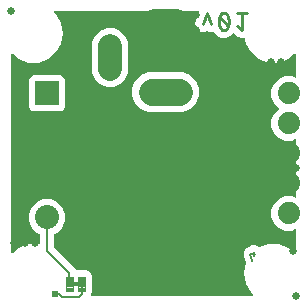
<source format=gbl>
G04 EAGLE Gerber RS-274X export*
G75*
%MOMM*%
%FSLAX34Y34*%
%LPD*%
%INBottom Copper*%
%IPPOS*%
%AMOC8*
5,1,8,0,0,1.08239X$1,22.5*%
G01*
%ADD10C,0.279400*%
%ADD11C,0.127000*%
%ADD12C,0.635000*%
%ADD13R,2.032000X2.032000*%
%ADD14C,2.032000*%
%ADD15C,2.000000*%
%ADD16C,2.300000*%
%ADD17C,1.879600*%
%ADD18C,0.099059*%
%ADD19C,0.203200*%
%ADD20C,0.604000*%

G36*
X210557Y6107D02*
X210557Y6107D01*
X210631Y6107D01*
X210697Y6127D01*
X210766Y6137D01*
X210833Y6167D01*
X210904Y6187D01*
X210962Y6225D01*
X211025Y6253D01*
X211081Y6300D01*
X211143Y6340D01*
X211189Y6392D01*
X211242Y6436D01*
X211283Y6498D01*
X211332Y6553D01*
X211361Y6615D01*
X211400Y6673D01*
X211422Y6743D01*
X211454Y6810D01*
X211465Y6878D01*
X211486Y6944D01*
X211487Y7018D01*
X211499Y7090D01*
X211491Y7159D01*
X211493Y7228D01*
X211474Y7299D01*
X211466Y7373D01*
X211439Y7436D01*
X211421Y7503D01*
X211384Y7567D01*
X211355Y7634D01*
X211317Y7679D01*
X211276Y7748D01*
X211187Y7832D01*
X211137Y7890D01*
X209434Y9318D01*
X205090Y16843D01*
X203581Y25400D01*
X205107Y34053D01*
X205124Y34094D01*
X205133Y34190D01*
X205152Y34284D01*
X205147Y34325D01*
X205153Y34377D01*
X205123Y34544D01*
X205114Y34618D01*
X203525Y40181D01*
X203498Y40241D01*
X203487Y40290D01*
X203199Y40985D01*
X203199Y41179D01*
X203162Y41445D01*
X203160Y41458D01*
X203107Y41645D01*
X203193Y42391D01*
X203191Y42457D01*
X203199Y42507D01*
X203199Y43259D01*
X203274Y43438D01*
X203341Y43698D01*
X203344Y43711D01*
X203366Y43904D01*
X203731Y44561D01*
X203755Y44622D01*
X203782Y44665D01*
X204069Y45359D01*
X204207Y45497D01*
X204369Y45712D01*
X204376Y45722D01*
X204471Y45891D01*
X205059Y46359D01*
X205105Y46406D01*
X205146Y46436D01*
X205677Y46967D01*
X205857Y47042D01*
X206089Y47179D01*
X206100Y47184D01*
X206252Y47305D01*
X206974Y47512D01*
X207034Y47538D01*
X207084Y47550D01*
X207659Y47788D01*
X207685Y47804D01*
X207715Y47813D01*
X207778Y47858D01*
X207822Y47878D01*
X207848Y47900D01*
X207904Y47932D01*
X207948Y47979D01*
X207988Y48008D01*
X208641Y48661D01*
X210741Y49531D01*
X213015Y49531D01*
X215116Y48661D01*
X216087Y47689D01*
X216184Y47616D01*
X216279Y47539D01*
X216298Y47531D01*
X216314Y47519D01*
X216428Y47475D01*
X216540Y47427D01*
X216561Y47425D01*
X216580Y47417D01*
X216701Y47407D01*
X216822Y47392D01*
X216841Y47396D01*
X216863Y47394D01*
X217142Y47450D01*
X217147Y47452D01*
X217152Y47453D01*
X224256Y50039D01*
X232944Y50039D01*
X241109Y47067D01*
X246235Y42766D01*
X246343Y42699D01*
X246449Y42628D01*
X246464Y42623D01*
X246477Y42615D01*
X246599Y42581D01*
X246720Y42542D01*
X246735Y42542D01*
X246750Y42538D01*
X246877Y42538D01*
X247004Y42535D01*
X247019Y42539D01*
X247034Y42539D01*
X247157Y42575D01*
X247279Y42607D01*
X247293Y42614D01*
X247307Y42619D01*
X247415Y42687D01*
X247524Y42752D01*
X247534Y42763D01*
X247547Y42771D01*
X247631Y42866D01*
X247718Y42959D01*
X247725Y42973D01*
X247735Y42984D01*
X247790Y43099D01*
X247848Y43212D01*
X247850Y43226D01*
X247857Y43241D01*
X247903Y43522D01*
X247902Y43534D01*
X247903Y43543D01*
X247903Y61744D01*
X247887Y61858D01*
X247877Y61972D01*
X247867Y61998D01*
X247863Y62026D01*
X247816Y62130D01*
X247775Y62238D01*
X247759Y62260D01*
X247747Y62285D01*
X247673Y62373D01*
X247604Y62464D01*
X247581Y62481D01*
X247564Y62502D01*
X247468Y62566D01*
X247376Y62634D01*
X247350Y62644D01*
X247327Y62660D01*
X247217Y62694D01*
X247110Y62735D01*
X247082Y62737D01*
X247056Y62745D01*
X246941Y62748D01*
X246827Y62757D01*
X246802Y62752D01*
X246772Y62753D01*
X246515Y62686D01*
X246499Y62682D01*
X244180Y61721D01*
X238420Y61721D01*
X233098Y63926D01*
X229026Y67998D01*
X226821Y73320D01*
X226821Y79080D01*
X229026Y84402D01*
X233098Y88474D01*
X238420Y90679D01*
X244180Y90679D01*
X246499Y89718D01*
X246611Y89689D01*
X246720Y89655D01*
X246748Y89654D01*
X246775Y89647D01*
X246889Y89650D01*
X247004Y89647D01*
X247031Y89654D01*
X247059Y89655D01*
X247168Y89690D01*
X247279Y89719D01*
X247303Y89733D01*
X247330Y89742D01*
X247425Y89806D01*
X247524Y89864D01*
X247543Y89885D01*
X247566Y89900D01*
X247640Y89988D01*
X247718Y90072D01*
X247731Y90096D01*
X247749Y90118D01*
X247795Y90222D01*
X247848Y90325D01*
X247852Y90349D01*
X247864Y90377D01*
X247901Y90641D01*
X247903Y90656D01*
X247903Y137944D01*
X247887Y138058D01*
X247877Y138172D01*
X247867Y138198D01*
X247863Y138226D01*
X247816Y138330D01*
X247775Y138438D01*
X247759Y138460D01*
X247747Y138485D01*
X247673Y138573D01*
X247604Y138664D01*
X247581Y138681D01*
X247564Y138702D01*
X247468Y138766D01*
X247376Y138834D01*
X247350Y138844D01*
X247327Y138860D01*
X247217Y138894D01*
X247110Y138935D01*
X247082Y138937D01*
X247056Y138945D01*
X246941Y138948D01*
X246827Y138957D01*
X246802Y138952D01*
X246772Y138953D01*
X246515Y138886D01*
X246499Y138882D01*
X244180Y137921D01*
X238420Y137921D01*
X233098Y140126D01*
X229026Y144198D01*
X226821Y149520D01*
X226821Y155280D01*
X229026Y160602D01*
X232806Y164382D01*
X232841Y164429D01*
X232884Y164469D01*
X232926Y164542D01*
X232977Y164609D01*
X232998Y164664D01*
X233027Y164714D01*
X233048Y164796D01*
X233078Y164875D01*
X233083Y164933D01*
X233097Y164990D01*
X233095Y165074D01*
X233102Y165158D01*
X233090Y165216D01*
X233088Y165274D01*
X233062Y165354D01*
X233046Y165437D01*
X233019Y165489D01*
X233001Y165545D01*
X232961Y165601D01*
X232915Y165689D01*
X232846Y165762D01*
X232806Y165818D01*
X229026Y169598D01*
X226821Y174920D01*
X226821Y180680D01*
X229026Y186002D01*
X233098Y190074D01*
X238420Y192279D01*
X244180Y192279D01*
X246499Y191318D01*
X246611Y191289D01*
X246720Y191255D01*
X246748Y191254D01*
X246775Y191247D01*
X246889Y191250D01*
X247004Y191247D01*
X247031Y191254D01*
X247059Y191255D01*
X247168Y191290D01*
X247279Y191319D01*
X247303Y191333D01*
X247330Y191342D01*
X247425Y191406D01*
X247524Y191464D01*
X247543Y191485D01*
X247566Y191500D01*
X247640Y191588D01*
X247718Y191672D01*
X247731Y191696D01*
X247749Y191718D01*
X247795Y191822D01*
X247848Y191925D01*
X247852Y191949D01*
X247864Y191977D01*
X247901Y192241D01*
X247903Y192256D01*
X247903Y210457D01*
X247885Y210582D01*
X247871Y210709D01*
X247866Y210723D01*
X247863Y210738D01*
X247811Y210854D01*
X247763Y210972D01*
X247753Y210984D01*
X247747Y210997D01*
X247665Y211095D01*
X247586Y211194D01*
X247573Y211203D01*
X247564Y211214D01*
X247458Y211285D01*
X247354Y211359D01*
X247340Y211364D01*
X247327Y211372D01*
X247206Y211410D01*
X247086Y211452D01*
X247070Y211453D01*
X247056Y211458D01*
X246929Y211461D01*
X246802Y211468D01*
X246787Y211465D01*
X246772Y211465D01*
X246649Y211433D01*
X246525Y211405D01*
X246513Y211398D01*
X246497Y211393D01*
X246252Y211248D01*
X246244Y211239D01*
X246235Y211234D01*
X241109Y206933D01*
X232944Y203961D01*
X224256Y203961D01*
X216091Y206933D01*
X209434Y212518D01*
X205090Y220043D01*
X204401Y223950D01*
X204366Y224057D01*
X204338Y224165D01*
X204322Y224192D01*
X204313Y224221D01*
X204250Y224314D01*
X204193Y224410D01*
X204171Y224431D01*
X204153Y224456D01*
X204067Y224528D01*
X203985Y224604D01*
X203958Y224618D01*
X203935Y224638D01*
X203832Y224683D01*
X203732Y224734D01*
X203705Y224738D01*
X203674Y224752D01*
X203435Y224784D01*
X203401Y224789D01*
X202481Y224789D01*
X202418Y224780D01*
X202369Y224783D01*
X201501Y224687D01*
X201285Y224749D01*
X201004Y224789D01*
X201003Y224789D01*
X200778Y224789D01*
X199971Y225124D01*
X199909Y225140D01*
X199865Y225161D01*
X199026Y225404D01*
X198851Y225544D01*
X198606Y225689D01*
X198605Y225689D01*
X198397Y225776D01*
X197779Y226393D01*
X197729Y226431D01*
X197696Y226468D01*
X195255Y228421D01*
X195235Y228433D01*
X195218Y228449D01*
X195113Y228505D01*
X195010Y228565D01*
X194988Y228571D01*
X194967Y228582D01*
X194850Y228607D01*
X194735Y228637D01*
X194712Y228636D01*
X194689Y228641D01*
X194570Y228632D01*
X194451Y228629D01*
X194429Y228622D01*
X194405Y228620D01*
X194294Y228579D01*
X194180Y228543D01*
X194161Y228530D01*
X194139Y228521D01*
X194078Y228475D01*
X193944Y228385D01*
X193908Y228342D01*
X193874Y228315D01*
X192112Y226400D01*
X188440Y224789D01*
X184430Y224789D01*
X180759Y226400D01*
X177979Y229422D01*
X177975Y229429D01*
X177938Y229468D01*
X177909Y229514D01*
X177842Y229572D01*
X177781Y229636D01*
X177735Y229664D01*
X177694Y229700D01*
X177613Y229737D01*
X177537Y229782D01*
X177485Y229796D01*
X177435Y229819D01*
X177348Y229832D01*
X177262Y229854D01*
X177208Y229853D01*
X177154Y229861D01*
X177084Y229850D01*
X176978Y229848D01*
X176888Y229820D01*
X176823Y229809D01*
X176524Y229710D01*
X173953Y229892D01*
X172821Y230458D01*
X172805Y230464D01*
X172791Y230473D01*
X172670Y230509D01*
X172552Y230548D01*
X172535Y230549D01*
X172518Y230554D01*
X172392Y230555D01*
X172268Y230560D01*
X172251Y230556D01*
X172234Y230557D01*
X172166Y230536D01*
X171991Y230493D01*
X171950Y230469D01*
X171913Y230458D01*
X170781Y229892D01*
X168211Y229710D01*
X165766Y230525D01*
X163819Y232213D01*
X162667Y234518D01*
X162484Y237088D01*
X165644Y246567D01*
X165658Y246645D01*
X165682Y246720D01*
X165684Y246784D01*
X165695Y246847D01*
X165687Y246925D01*
X165689Y247004D01*
X165673Y247066D01*
X165667Y247129D01*
X165637Y247203D01*
X165617Y247279D01*
X165585Y247334D01*
X165561Y247393D01*
X165513Y247456D01*
X165472Y247524D01*
X165426Y247567D01*
X165386Y247618D01*
X165322Y247664D01*
X165265Y247718D01*
X165208Y247747D01*
X165156Y247785D01*
X165082Y247812D01*
X165012Y247848D01*
X164958Y247857D01*
X164889Y247882D01*
X164758Y247890D01*
X164681Y247903D01*
X43516Y247903D01*
X43443Y247893D01*
X43369Y247893D01*
X43303Y247873D01*
X43234Y247863D01*
X43167Y247833D01*
X43096Y247813D01*
X43038Y247775D01*
X42975Y247747D01*
X42919Y247700D01*
X42857Y247660D01*
X42811Y247608D01*
X42758Y247564D01*
X42717Y247502D01*
X42668Y247447D01*
X42639Y247385D01*
X42600Y247327D01*
X42578Y247257D01*
X42546Y247190D01*
X42535Y247122D01*
X42514Y247056D01*
X42513Y246982D01*
X42501Y246910D01*
X42509Y246841D01*
X42507Y246772D01*
X42526Y246701D01*
X42534Y246627D01*
X42561Y246564D01*
X42579Y246497D01*
X42616Y246433D01*
X42645Y246366D01*
X42683Y246321D01*
X42724Y246252D01*
X42813Y246168D01*
X42863Y246110D01*
X44566Y244682D01*
X48910Y237157D01*
X50419Y228600D01*
X48910Y220043D01*
X44566Y212518D01*
X37909Y206933D01*
X29744Y203961D01*
X21056Y203961D01*
X12891Y206933D01*
X7765Y211234D01*
X7657Y211301D01*
X7551Y211372D01*
X7536Y211377D01*
X7523Y211385D01*
X7401Y211419D01*
X7280Y211458D01*
X7265Y211458D01*
X7250Y211462D01*
X7123Y211462D01*
X6996Y211465D01*
X6981Y211461D01*
X6966Y211461D01*
X6843Y211425D01*
X6721Y211393D01*
X6707Y211386D01*
X6693Y211381D01*
X6585Y211313D01*
X6476Y211248D01*
X6466Y211237D01*
X6453Y211229D01*
X6369Y211134D01*
X6282Y211041D01*
X6275Y211027D01*
X6265Y211016D01*
X6210Y210901D01*
X6152Y210788D01*
X6150Y210774D01*
X6143Y210759D01*
X6097Y210478D01*
X6098Y210466D01*
X6097Y210457D01*
X6097Y43543D01*
X6115Y43418D01*
X6129Y43291D01*
X6134Y43277D01*
X6137Y43262D01*
X6189Y43146D01*
X6237Y43028D01*
X6247Y43016D01*
X6253Y43003D01*
X6335Y42905D01*
X6414Y42806D01*
X6427Y42797D01*
X6436Y42786D01*
X6542Y42715D01*
X6646Y42641D01*
X6660Y42636D01*
X6673Y42628D01*
X6794Y42590D01*
X6914Y42548D01*
X6930Y42547D01*
X6944Y42542D01*
X7071Y42539D01*
X7198Y42532D01*
X7213Y42535D01*
X7228Y42535D01*
X7351Y42567D01*
X7475Y42595D01*
X7487Y42602D01*
X7503Y42607D01*
X7748Y42752D01*
X7756Y42761D01*
X7765Y42766D01*
X12891Y47067D01*
X21056Y50039D01*
X29718Y50039D01*
X29776Y50047D01*
X29834Y50045D01*
X29916Y50067D01*
X30000Y50079D01*
X30053Y50102D01*
X30109Y50117D01*
X30182Y50160D01*
X30259Y50195D01*
X30304Y50233D01*
X30354Y50262D01*
X30412Y50324D01*
X30476Y50378D01*
X30508Y50427D01*
X30548Y50470D01*
X30587Y50545D01*
X30634Y50615D01*
X30651Y50671D01*
X30678Y50723D01*
X30689Y50791D01*
X30719Y50886D01*
X30722Y50986D01*
X30733Y51054D01*
X30733Y58151D01*
X30733Y58152D01*
X30733Y58154D01*
X30713Y58294D01*
X30693Y58432D01*
X30693Y58433D01*
X30693Y58435D01*
X30636Y58561D01*
X30577Y58691D01*
X30576Y58693D01*
X30575Y58694D01*
X30484Y58801D01*
X30394Y58908D01*
X30392Y58909D01*
X30391Y58911D01*
X30378Y58919D01*
X30157Y59066D01*
X30128Y59075D01*
X30107Y59088D01*
X28197Y59880D01*
X23910Y64167D01*
X21589Y69768D01*
X21589Y75832D01*
X23910Y81433D01*
X28197Y85720D01*
X33798Y88041D01*
X39862Y88041D01*
X45463Y85720D01*
X49750Y81433D01*
X52071Y75832D01*
X52071Y69768D01*
X49750Y64167D01*
X45463Y59880D01*
X43553Y59088D01*
X43552Y59088D01*
X43551Y59087D01*
X43430Y59016D01*
X43309Y58944D01*
X43308Y58943D01*
X43306Y58942D01*
X43209Y58838D01*
X43113Y58737D01*
X43113Y58736D01*
X43112Y58735D01*
X43047Y58609D01*
X42983Y58485D01*
X42983Y58483D01*
X42982Y58482D01*
X42980Y58467D01*
X42928Y58206D01*
X42931Y58175D01*
X42927Y58151D01*
X42927Y47396D01*
X42939Y47309D01*
X42942Y47222D01*
X42959Y47169D01*
X42967Y47114D01*
X43002Y47035D01*
X43029Y46951D01*
X43057Y46912D01*
X43083Y46855D01*
X43179Y46742D01*
X43224Y46678D01*
X60922Y28981D01*
X61095Y28561D01*
X61125Y28510D01*
X61146Y28455D01*
X61197Y28388D01*
X61240Y28316D01*
X61283Y28276D01*
X61318Y28229D01*
X61385Y28179D01*
X61447Y28121D01*
X61499Y28094D01*
X61546Y28059D01*
X61625Y28029D01*
X61699Y27991D01*
X61757Y27979D01*
X61812Y27959D01*
X61896Y27952D01*
X61978Y27936D01*
X62037Y27941D01*
X62095Y27936D01*
X62116Y27941D01*
X70083Y27941D01*
X72132Y27092D01*
X73701Y25523D01*
X74550Y23474D01*
X74550Y9546D01*
X73702Y7501D01*
X73674Y7389D01*
X73639Y7280D01*
X73638Y7252D01*
X73631Y7225D01*
X73635Y7111D01*
X73632Y6996D01*
X73639Y6969D01*
X73640Y6941D01*
X73675Y6832D01*
X73704Y6721D01*
X73718Y6697D01*
X73726Y6670D01*
X73790Y6575D01*
X73849Y6476D01*
X73869Y6457D01*
X73885Y6434D01*
X73972Y6360D01*
X74056Y6282D01*
X74081Y6269D01*
X74102Y6251D01*
X74207Y6205D01*
X74309Y6152D01*
X74334Y6148D01*
X74362Y6136D01*
X74626Y6099D01*
X74640Y6097D01*
X210484Y6097D01*
X210557Y6107D01*
G37*
%LPC*%
G36*
X122362Y162489D02*
X122362Y162489D01*
X116268Y165014D01*
X111604Y169678D01*
X109079Y175772D01*
X109079Y182368D01*
X111604Y188462D01*
X116268Y193126D01*
X122362Y195651D01*
X151958Y195651D01*
X158052Y193126D01*
X162716Y188462D01*
X165241Y182368D01*
X165241Y175772D01*
X162716Y169678D01*
X158052Y165014D01*
X151958Y162489D01*
X122362Y162489D01*
G37*
%LPD*%
%LPC*%
G36*
X87170Y183199D02*
X87170Y183199D01*
X81627Y185495D01*
X77385Y189737D01*
X75089Y195280D01*
X75089Y221280D01*
X77385Y226823D01*
X81627Y231065D01*
X87170Y233361D01*
X93170Y233361D01*
X98713Y231065D01*
X102955Y226823D01*
X105251Y221280D01*
X105251Y195280D01*
X102955Y189737D01*
X98713Y185495D01*
X93170Y183199D01*
X87170Y183199D01*
G37*
%LPD*%
%LPC*%
G36*
X25659Y162559D02*
X25659Y162559D01*
X23792Y163333D01*
X22363Y164762D01*
X21589Y166629D01*
X21589Y188971D01*
X22363Y190838D01*
X23792Y192267D01*
X25659Y193041D01*
X48001Y193041D01*
X49868Y192267D01*
X51297Y190838D01*
X52071Y188971D01*
X52071Y166629D01*
X51297Y164762D01*
X49868Y163333D01*
X48001Y162559D01*
X25659Y162559D01*
G37*
%LPD*%
G36*
X67964Y15189D02*
X67964Y15189D01*
X67986Y15193D01*
X67993Y15208D01*
X68002Y15214D01*
X68001Y15224D01*
X68008Y15240D01*
X68008Y17780D01*
X67996Y17799D01*
X67992Y17821D01*
X67977Y17828D01*
X67971Y17837D01*
X67961Y17836D01*
X67945Y17843D01*
X53975Y17843D01*
X53956Y17831D01*
X53934Y17827D01*
X53927Y17812D01*
X53918Y17806D01*
X53919Y17796D01*
X53912Y17780D01*
X53912Y15240D01*
X53924Y15221D01*
X53928Y15199D01*
X53943Y15192D01*
X53949Y15183D01*
X53959Y15184D01*
X53975Y15177D01*
X67945Y15177D01*
X67964Y15189D01*
G37*
D10*
X169037Y236262D02*
X172367Y246253D01*
X175697Y236262D01*
X182272Y238760D02*
X182276Y238465D01*
X182286Y238171D01*
X182304Y237876D01*
X182328Y237582D01*
X182360Y237289D01*
X182398Y236997D01*
X182444Y236706D01*
X182497Y236416D01*
X182556Y236127D01*
X182622Y235840D01*
X182695Y235554D01*
X182775Y235270D01*
X182862Y234988D01*
X182955Y234709D01*
X183055Y234431D01*
X183162Y234157D01*
X183275Y233884D01*
X183395Y233615D01*
X183521Y233348D01*
X183559Y233245D01*
X183600Y233144D01*
X183644Y233045D01*
X183692Y232946D01*
X183743Y232850D01*
X183798Y232756D01*
X183856Y232663D01*
X183917Y232573D01*
X183982Y232485D01*
X184049Y232399D01*
X184120Y232316D01*
X184193Y232235D01*
X184269Y232157D01*
X184348Y232081D01*
X184430Y232009D01*
X184514Y231939D01*
X184601Y231873D01*
X184689Y231809D01*
X184780Y231749D01*
X184874Y231692D01*
X184969Y231638D01*
X185066Y231588D01*
X185164Y231541D01*
X185264Y231498D01*
X185366Y231458D01*
X185469Y231422D01*
X185573Y231390D01*
X185679Y231361D01*
X185785Y231336D01*
X185892Y231315D01*
X186000Y231298D01*
X186108Y231284D01*
X186217Y231275D01*
X186326Y231269D01*
X186435Y231267D01*
X186544Y231269D01*
X186653Y231275D01*
X186762Y231284D01*
X186870Y231298D01*
X186978Y231315D01*
X187085Y231336D01*
X187191Y231361D01*
X187297Y231390D01*
X187401Y231422D01*
X187504Y231458D01*
X187606Y231498D01*
X187706Y231541D01*
X187804Y231588D01*
X187901Y231638D01*
X187996Y231692D01*
X188090Y231749D01*
X188181Y231809D01*
X188269Y231873D01*
X188356Y231939D01*
X188440Y232009D01*
X188522Y232081D01*
X188601Y232157D01*
X188677Y232235D01*
X188750Y232316D01*
X188821Y232399D01*
X188888Y232485D01*
X188953Y232573D01*
X189014Y232663D01*
X189072Y232756D01*
X189127Y232850D01*
X189178Y232946D01*
X189226Y233045D01*
X189270Y233144D01*
X189311Y233246D01*
X189349Y233348D01*
X189475Y233615D01*
X189595Y233884D01*
X189708Y234157D01*
X189815Y234431D01*
X189915Y234709D01*
X190008Y234988D01*
X190095Y235270D01*
X190175Y235554D01*
X190248Y235840D01*
X190314Y236127D01*
X190373Y236416D01*
X190426Y236706D01*
X190472Y236997D01*
X190510Y237289D01*
X190542Y237582D01*
X190566Y237876D01*
X190584Y238171D01*
X190594Y238465D01*
X190598Y238760D01*
X182272Y238760D02*
X182276Y239055D01*
X182286Y239349D01*
X182304Y239644D01*
X182328Y239938D01*
X182360Y240231D01*
X182398Y240523D01*
X182444Y240814D01*
X182497Y241104D01*
X182556Y241393D01*
X182622Y241680D01*
X182695Y241966D01*
X182775Y242250D01*
X182862Y242532D01*
X182955Y242811D01*
X183055Y243089D01*
X183162Y243363D01*
X183275Y243636D01*
X183395Y243905D01*
X183521Y244172D01*
X183559Y244275D01*
X183600Y244376D01*
X183644Y244475D01*
X183692Y244574D01*
X183743Y244670D01*
X183798Y244764D01*
X183856Y244857D01*
X183917Y244947D01*
X183982Y245035D01*
X184049Y245121D01*
X184120Y245204D01*
X184193Y245285D01*
X184269Y245363D01*
X184348Y245439D01*
X184430Y245511D01*
X184514Y245581D01*
X184601Y245647D01*
X184689Y245711D01*
X184780Y245771D01*
X184874Y245828D01*
X184969Y245882D01*
X185066Y245932D01*
X185164Y245979D01*
X185264Y246022D01*
X185366Y246062D01*
X185469Y246098D01*
X185573Y246130D01*
X185679Y246159D01*
X185785Y246184D01*
X185892Y246205D01*
X186000Y246222D01*
X186108Y246236D01*
X186217Y246245D01*
X186326Y246251D01*
X186435Y246253D01*
X189349Y244172D02*
X189475Y243905D01*
X189595Y243636D01*
X189708Y243363D01*
X189815Y243089D01*
X189915Y242811D01*
X190008Y242532D01*
X190095Y242250D01*
X190175Y241966D01*
X190248Y241680D01*
X190314Y241393D01*
X190373Y241104D01*
X190426Y240814D01*
X190472Y240523D01*
X190510Y240231D01*
X190542Y239938D01*
X190566Y239644D01*
X190584Y239349D01*
X190594Y239055D01*
X190598Y238760D01*
X189349Y244172D02*
X189311Y244275D01*
X189270Y244376D01*
X189226Y244475D01*
X189178Y244574D01*
X189127Y244670D01*
X189072Y244764D01*
X189014Y244857D01*
X188953Y244947D01*
X188888Y245035D01*
X188821Y245121D01*
X188750Y245204D01*
X188677Y245285D01*
X188601Y245363D01*
X188522Y245439D01*
X188440Y245511D01*
X188356Y245581D01*
X188269Y245647D01*
X188181Y245711D01*
X188089Y245771D01*
X187996Y245828D01*
X187901Y245882D01*
X187804Y245932D01*
X187706Y245979D01*
X187606Y246022D01*
X187504Y246062D01*
X187401Y246098D01*
X187297Y246130D01*
X187191Y246159D01*
X187085Y246184D01*
X186978Y246205D01*
X186870Y246222D01*
X186762Y246236D01*
X186653Y246245D01*
X186544Y246251D01*
X186435Y246253D01*
X183105Y242923D02*
X189766Y234597D01*
X197904Y234597D02*
X202067Y231267D01*
X202067Y246253D01*
X206229Y246253D02*
X197904Y246253D01*
D11*
X208915Y42122D02*
X210608Y36195D01*
X208915Y42122D02*
X213148Y42122D01*
X211878Y43815D02*
X211878Y40428D01*
D12*
X247650Y6350D03*
X6350Y247650D03*
D13*
X36830Y177800D03*
D14*
X36830Y142800D03*
X36830Y107800D03*
X36830Y72800D03*
D15*
X127160Y238760D02*
X147160Y238760D01*
X90170Y218280D02*
X90170Y198280D01*
D16*
X125660Y179070D02*
X148660Y179070D01*
D17*
X241300Y177800D03*
X241300Y152400D03*
X241300Y127000D03*
X241300Y101600D03*
X241300Y76200D03*
D18*
X68974Y22365D02*
X63360Y22365D01*
X68974Y22365D02*
X68974Y10655D01*
X63360Y10655D01*
X63360Y22365D01*
X63360Y11596D02*
X68974Y11596D01*
X68974Y12537D02*
X63360Y12537D01*
X63360Y13478D02*
X68974Y13478D01*
X68974Y14419D02*
X63360Y14419D01*
X63360Y15360D02*
X68974Y15360D01*
X68974Y16301D02*
X63360Y16301D01*
X63360Y17242D02*
X68974Y17242D01*
X68974Y18183D02*
X63360Y18183D01*
X63360Y19124D02*
X68974Y19124D01*
X68974Y20065D02*
X63360Y20065D01*
X63360Y21006D02*
X68974Y21006D01*
X68974Y21947D02*
X63360Y21947D01*
X58560Y22365D02*
X52946Y22365D01*
X58560Y22365D02*
X58560Y10655D01*
X52946Y10655D01*
X52946Y22365D01*
X52946Y11596D02*
X58560Y11596D01*
X58560Y12537D02*
X52946Y12537D01*
X52946Y13478D02*
X58560Y13478D01*
X58560Y14419D02*
X52946Y14419D01*
X52946Y15360D02*
X58560Y15360D01*
X58560Y16301D02*
X52946Y16301D01*
X52946Y17242D02*
X58560Y17242D01*
X58560Y18183D02*
X52946Y18183D01*
X52946Y19124D02*
X58560Y19124D01*
X58560Y20065D02*
X52946Y20065D01*
X52946Y21006D02*
X58560Y21006D01*
X58560Y21947D02*
X52946Y21947D01*
D12*
X198120Y33020D03*
X127000Y124460D03*
X135890Y124460D03*
X137160Y115570D03*
X146050Y113030D03*
X154940Y113030D03*
X163830Y113030D03*
X172720Y113030D03*
X181610Y113030D03*
X181610Y123190D03*
X190500Y123190D03*
X190500Y113030D03*
X199390Y113030D03*
X199390Y123190D03*
X247650Y114300D03*
X104140Y146050D03*
X26670Y125730D03*
X35560Y125730D03*
X44450Y125730D03*
X53340Y107950D03*
X53340Y116840D03*
X62230Y116840D03*
X71120Y125730D03*
X62230Y125730D03*
X53340Y125730D03*
X53340Y134620D03*
X53340Y143510D03*
X53340Y152400D03*
X62230Y152400D03*
X62230Y143510D03*
X62230Y134620D03*
X71120Y134620D03*
X71120Y143510D03*
X71120Y152400D03*
X80010Y152400D03*
X162560Y243840D03*
X162560Y231140D03*
X180340Y222250D03*
X153670Y222250D03*
X162560Y222250D03*
X171450Y222250D03*
X127000Y222250D03*
X135890Y222250D03*
X144780Y222250D03*
X194310Y222250D03*
X92710Y243840D03*
X101600Y243840D03*
X110490Y243840D03*
X110490Y234950D03*
X66040Y243840D03*
X74930Y243840D03*
X83820Y243840D03*
X226060Y204470D03*
X234950Y204470D03*
X243840Y204470D03*
X243840Y195580D03*
X234950Y195580D03*
X220980Y189230D03*
X212090Y189230D03*
X203200Y189230D03*
X194310Y189230D03*
X110490Y215900D03*
X71120Y218440D03*
X71120Y209550D03*
X62230Y209550D03*
X57150Y226060D03*
X57150Y234950D03*
X57150Y243840D03*
X66040Y234950D03*
X8890Y50800D03*
X17780Y50800D03*
X26670Y50800D03*
X165100Y33020D03*
X245110Y44450D03*
X234950Y114300D03*
X208280Y104140D03*
X208280Y113030D03*
X208280Y123190D03*
X217170Y104140D03*
X217170Y113030D03*
X217170Y123190D03*
X217170Y95250D03*
X14478Y147320D03*
X11430Y100330D03*
X11430Y90170D03*
X208280Y95250D03*
X9398Y156210D03*
X19558Y156210D03*
X20320Y95250D03*
X142748Y19050D03*
X151638Y19050D03*
D19*
X55753Y16510D02*
X55753Y25527D01*
X36830Y44450D02*
X36830Y72800D01*
X36830Y44450D02*
X55753Y25527D01*
X66167Y16510D02*
X66167Y7747D01*
X63500Y5080D01*
X49530Y5080D01*
X46990Y7620D01*
X43180Y7620D01*
D20*
X43180Y7620D03*
M02*

</source>
